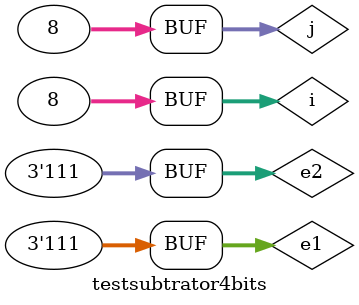
<source format=v>


module metodomeiadiferenca(diferenca,sinal,e1,e2);
output diferenca,sinal;
input e1,e2;
wire temp1;

xor xor1 (diferenca,e1,e2);
not not1 (temp1,e1);
and and1 (sinal,temp1,e2);

endmodule


module metododiferencacompleta (diferenca,sinal,e1,e2,e3);
output diferenca,sinal;
input e1,e2,e3;
wire temp1,temp2,temp3;

metodomeiadiferenca MeiaDiferenca1 (temp1,temp2,e1,e2);
metodomeiadiferenca MeiaDiferenca2 (diferenca,temp3,e3,temp1);
or OR1 (sinal,temp2,temp3);


endmodule


module metodoDiferencacompleta4bits(diferenca,sinal,e1,e2);

output [2:0]diferenca;
output sinal;
input [2:0]e1,e2;
wire sinal1,sinal2;

metodomeiadiferenca MEIADIFERENCA (diferenca[0],sinal1,e1[0],e2[0]);
metododiferencacompleta DIFERENCACOMPLETA1 ( diferenca[1],sinal2,e1[1],e2[1],sinal1);
metododiferencacompleta DIFERENCACOMPLETA2 (diferenca[2],sinal,e1[2],e2[2],sinal2);

endmodule


module testsubtrator4bits;
reg [2:0]e1,e2;
wire [2:0]diferenca;
wire sinal;
integer i,j;

metodoDiferencacompleta4bits DiferencaCompleta(diferenca,sinal,e1,e2);

initial begin: start
		e1=0; e2=0;
end


	initial begin:main

		$display("Circuito Diferenca Completa com 3 bits ");
		#1 $display(" e1 - e2 = sinal  diferenca ");
		#1 $monitor(" %4b - %4b = %b  %4b", e1,e2,sinal,diferenca);

		for( i=0; i<=7; i = i+1 )
		begin
			e1 = i;
			for ( j=0; j<=7; j = j+1 )
			begin
				#1 e2 = j;
			end
		end

	end

endmodule



</source>
